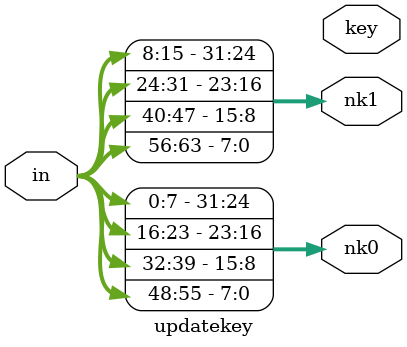
<source format=v>
module updatekey(nk0,nk1,key,in);
  input[0:63] in;
  output[0:31] nk0;  
  output[0:31] nk1;
  output[0:63] key;  
  reg[0:63] in0;  
  assign nk0[0:31]={in[0:7],in[16:23],in[32:39],in[48:55]};
  assign nk1[0:31]={in[8:15],in[24:31],in[40:47],in[56:63]};
endmodule


</source>
